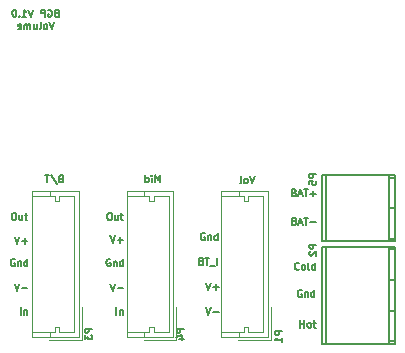
<source format=gbo>
G04 #@! TF.FileFunction,Legend,Bot*
%FSLAX46Y46*%
G04 Gerber Fmt 4.6, Leading zero omitted, Abs format (unit mm)*
G04 Created by KiCad (PCBNEW 4.0.7) date 01/11/18 22:46:16*
%MOMM*%
%LPD*%
G01*
G04 APERTURE LIST*
%ADD10C,0.100000*%
%ADD11C,0.150000*%
%ADD12C,0.120000*%
G04 APERTURE END LIST*
D10*
D11*
X161328572Y-74171429D02*
X161528572Y-74771429D01*
X161728572Y-74171429D01*
X161928572Y-74542857D02*
X162385715Y-74542857D01*
X153728572Y-76771429D02*
X153728572Y-76171429D01*
X154014286Y-76371429D02*
X154014286Y-76771429D01*
X154014286Y-76428571D02*
X154042858Y-76400000D01*
X154100000Y-76371429D01*
X154185715Y-76371429D01*
X154242858Y-76400000D01*
X154271429Y-76457143D01*
X154271429Y-76771429D01*
X153228572Y-74171429D02*
X153428572Y-74771429D01*
X153628572Y-74171429D01*
X153828572Y-74542857D02*
X154285715Y-74542857D01*
X153214286Y-72100000D02*
X153157143Y-72071429D01*
X153071429Y-72071429D01*
X152985714Y-72100000D01*
X152928572Y-72157143D01*
X152900000Y-72214286D01*
X152871429Y-72328571D01*
X152871429Y-72414286D01*
X152900000Y-72528571D01*
X152928572Y-72585714D01*
X152985714Y-72642857D01*
X153071429Y-72671429D01*
X153128572Y-72671429D01*
X153214286Y-72642857D01*
X153242857Y-72614286D01*
X153242857Y-72414286D01*
X153128572Y-72414286D01*
X153500000Y-72271429D02*
X153500000Y-72671429D01*
X153500000Y-72328571D02*
X153528572Y-72300000D01*
X153585714Y-72271429D01*
X153671429Y-72271429D01*
X153728572Y-72300000D01*
X153757143Y-72357143D01*
X153757143Y-72671429D01*
X154300000Y-72671429D02*
X154300000Y-72071429D01*
X154300000Y-72642857D02*
X154242857Y-72671429D01*
X154128571Y-72671429D01*
X154071429Y-72642857D01*
X154042857Y-72614286D01*
X154014286Y-72557143D01*
X154014286Y-72385714D01*
X154042857Y-72328571D01*
X154071429Y-72300000D01*
X154128571Y-72271429D01*
X154242857Y-72271429D01*
X154300000Y-72300000D01*
X153228572Y-70171429D02*
X153428572Y-70771429D01*
X153628572Y-70171429D01*
X153828572Y-70542857D02*
X154285715Y-70542857D01*
X154057144Y-70771429D02*
X154057144Y-70314286D01*
X153100001Y-68171429D02*
X153214287Y-68171429D01*
X153271429Y-68200000D01*
X153328572Y-68257143D01*
X153357144Y-68371429D01*
X153357144Y-68571429D01*
X153328572Y-68685714D01*
X153271429Y-68742857D01*
X153214287Y-68771429D01*
X153100001Y-68771429D01*
X153042858Y-68742857D01*
X152985715Y-68685714D01*
X152957144Y-68571429D01*
X152957144Y-68371429D01*
X152985715Y-68257143D01*
X153042858Y-68200000D01*
X153100001Y-68171429D01*
X153871429Y-68371429D02*
X153871429Y-68771429D01*
X153614286Y-68371429D02*
X153614286Y-68685714D01*
X153642858Y-68742857D01*
X153700000Y-68771429D01*
X153785715Y-68771429D01*
X153842858Y-68742857D01*
X153871429Y-68714286D01*
X154071429Y-68371429D02*
X154300000Y-68371429D01*
X154157143Y-68171429D02*
X154157143Y-68685714D01*
X154185715Y-68742857D01*
X154242857Y-68771429D01*
X154300000Y-68771429D01*
X177385715Y-77871429D02*
X177385715Y-77271429D01*
X177385715Y-77557143D02*
X177728572Y-77557143D01*
X177728572Y-77871429D02*
X177728572Y-77271429D01*
X178100000Y-77871429D02*
X178042858Y-77842857D01*
X178014286Y-77814286D01*
X177985715Y-77757143D01*
X177985715Y-77585714D01*
X178014286Y-77528571D01*
X178042858Y-77500000D01*
X178100000Y-77471429D01*
X178185715Y-77471429D01*
X178242858Y-77500000D01*
X178271429Y-77528571D01*
X178300000Y-77585714D01*
X178300000Y-77757143D01*
X178271429Y-77814286D01*
X178242858Y-77842857D01*
X178185715Y-77871429D01*
X178100000Y-77871429D01*
X178471429Y-77471429D02*
X178700000Y-77471429D01*
X178557143Y-77271429D02*
X178557143Y-77785714D01*
X178585715Y-77842857D01*
X178642857Y-77871429D01*
X178700000Y-77871429D01*
X177285714Y-72914286D02*
X177257143Y-72942857D01*
X177171429Y-72971429D01*
X177114286Y-72971429D01*
X177028571Y-72942857D01*
X176971429Y-72885714D01*
X176942857Y-72828571D01*
X176914286Y-72714286D01*
X176914286Y-72628571D01*
X176942857Y-72514286D01*
X176971429Y-72457143D01*
X177028571Y-72400000D01*
X177114286Y-72371429D01*
X177171429Y-72371429D01*
X177257143Y-72400000D01*
X177285714Y-72428571D01*
X177628571Y-72971429D02*
X177571429Y-72942857D01*
X177542857Y-72914286D01*
X177514286Y-72857143D01*
X177514286Y-72685714D01*
X177542857Y-72628571D01*
X177571429Y-72600000D01*
X177628571Y-72571429D01*
X177714286Y-72571429D01*
X177771429Y-72600000D01*
X177800000Y-72628571D01*
X177828571Y-72685714D01*
X177828571Y-72857143D01*
X177800000Y-72914286D01*
X177771429Y-72942857D01*
X177714286Y-72971429D01*
X177628571Y-72971429D01*
X178171428Y-72971429D02*
X178114286Y-72942857D01*
X178085714Y-72885714D01*
X178085714Y-72371429D01*
X178657143Y-72971429D02*
X178657143Y-72371429D01*
X178657143Y-72942857D02*
X178600000Y-72971429D01*
X178485714Y-72971429D01*
X178428572Y-72942857D01*
X178400000Y-72914286D01*
X178371429Y-72857143D01*
X178371429Y-72685714D01*
X178400000Y-72628571D01*
X178428572Y-72600000D01*
X178485714Y-72571429D01*
X178600000Y-72571429D01*
X178657143Y-72600000D01*
X177514286Y-74700000D02*
X177457143Y-74671429D01*
X177371429Y-74671429D01*
X177285714Y-74700000D01*
X177228572Y-74757143D01*
X177200000Y-74814286D01*
X177171429Y-74928571D01*
X177171429Y-75014286D01*
X177200000Y-75128571D01*
X177228572Y-75185714D01*
X177285714Y-75242857D01*
X177371429Y-75271429D01*
X177428572Y-75271429D01*
X177514286Y-75242857D01*
X177542857Y-75214286D01*
X177542857Y-75014286D01*
X177428572Y-75014286D01*
X177800000Y-74871429D02*
X177800000Y-75271429D01*
X177800000Y-74928571D02*
X177828572Y-74900000D01*
X177885714Y-74871429D01*
X177971429Y-74871429D01*
X178028572Y-74900000D01*
X178057143Y-74957143D01*
X178057143Y-75271429D01*
X178600000Y-75271429D02*
X178600000Y-74671429D01*
X178600000Y-75242857D02*
X178542857Y-75271429D01*
X178428571Y-75271429D01*
X178371429Y-75242857D01*
X178342857Y-75214286D01*
X178314286Y-75157143D01*
X178314286Y-74985714D01*
X178342857Y-74928571D01*
X178371429Y-74900000D01*
X178428571Y-74871429D01*
X178542857Y-74871429D01*
X178600000Y-74900000D01*
X176885714Y-68857143D02*
X176971428Y-68885714D01*
X177000000Y-68914286D01*
X177028571Y-68971429D01*
X177028571Y-69057143D01*
X177000000Y-69114286D01*
X176971428Y-69142857D01*
X176914286Y-69171429D01*
X176685714Y-69171429D01*
X176685714Y-68571429D01*
X176885714Y-68571429D01*
X176942857Y-68600000D01*
X176971428Y-68628571D01*
X177000000Y-68685714D01*
X177000000Y-68742857D01*
X176971428Y-68800000D01*
X176942857Y-68828571D01*
X176885714Y-68857143D01*
X176685714Y-68857143D01*
X177257143Y-69000000D02*
X177542857Y-69000000D01*
X177200000Y-69171429D02*
X177400000Y-68571429D01*
X177600000Y-69171429D01*
X177714286Y-68571429D02*
X178057143Y-68571429D01*
X177885714Y-69171429D02*
X177885714Y-68571429D01*
X178257143Y-68942857D02*
X178714286Y-68942857D01*
X176885714Y-66457143D02*
X176971428Y-66485714D01*
X177000000Y-66514286D01*
X177028571Y-66571429D01*
X177028571Y-66657143D01*
X177000000Y-66714286D01*
X176971428Y-66742857D01*
X176914286Y-66771429D01*
X176685714Y-66771429D01*
X176685714Y-66171429D01*
X176885714Y-66171429D01*
X176942857Y-66200000D01*
X176971428Y-66228571D01*
X177000000Y-66285714D01*
X177000000Y-66342857D01*
X176971428Y-66400000D01*
X176942857Y-66428571D01*
X176885714Y-66457143D01*
X176685714Y-66457143D01*
X177257143Y-66600000D02*
X177542857Y-66600000D01*
X177200000Y-66771429D02*
X177400000Y-66171429D01*
X177600000Y-66771429D01*
X177714286Y-66171429D02*
X178057143Y-66171429D01*
X177885714Y-66771429D02*
X177885714Y-66171429D01*
X178257143Y-66542857D02*
X178714286Y-66542857D01*
X178485715Y-66771429D02*
X178485715Y-66314286D01*
X169428572Y-76171429D02*
X169628572Y-76771429D01*
X169828572Y-76171429D01*
X170028572Y-76542857D02*
X170485715Y-76542857D01*
X169428572Y-74071429D02*
X169628572Y-74671429D01*
X169828572Y-74071429D01*
X170028572Y-74442857D02*
X170485715Y-74442857D01*
X170257144Y-74671429D02*
X170257144Y-74214286D01*
X169042857Y-72257143D02*
X169128571Y-72285714D01*
X169157143Y-72314286D01*
X169185714Y-72371429D01*
X169185714Y-72457143D01*
X169157143Y-72514286D01*
X169128571Y-72542857D01*
X169071429Y-72571429D01*
X168842857Y-72571429D01*
X168842857Y-71971429D01*
X169042857Y-71971429D01*
X169100000Y-72000000D01*
X169128571Y-72028571D01*
X169157143Y-72085714D01*
X169157143Y-72142857D01*
X169128571Y-72200000D01*
X169100000Y-72228571D01*
X169042857Y-72257143D01*
X168842857Y-72257143D01*
X169357143Y-71971429D02*
X169700000Y-71971429D01*
X169528571Y-72571429D02*
X169528571Y-71971429D01*
X169757143Y-72628571D02*
X170214286Y-72628571D01*
X170357143Y-72571429D02*
X170357143Y-71971429D01*
X169314286Y-69900000D02*
X169257143Y-69871429D01*
X169171429Y-69871429D01*
X169085714Y-69900000D01*
X169028572Y-69957143D01*
X169000000Y-70014286D01*
X168971429Y-70128571D01*
X168971429Y-70214286D01*
X169000000Y-70328571D01*
X169028572Y-70385714D01*
X169085714Y-70442857D01*
X169171429Y-70471429D01*
X169228572Y-70471429D01*
X169314286Y-70442857D01*
X169342857Y-70414286D01*
X169342857Y-70214286D01*
X169228572Y-70214286D01*
X169600000Y-70071429D02*
X169600000Y-70471429D01*
X169600000Y-70128571D02*
X169628572Y-70100000D01*
X169685714Y-70071429D01*
X169771429Y-70071429D01*
X169828572Y-70100000D01*
X169857143Y-70157143D01*
X169857143Y-70471429D01*
X170400000Y-70471429D02*
X170400000Y-69871429D01*
X170400000Y-70442857D02*
X170342857Y-70471429D01*
X170228571Y-70471429D01*
X170171429Y-70442857D01*
X170142857Y-70414286D01*
X170114286Y-70357143D01*
X170114286Y-70185714D01*
X170142857Y-70128571D01*
X170171429Y-70100000D01*
X170228571Y-70071429D01*
X170342857Y-70071429D01*
X170400000Y-70100000D01*
X161828572Y-76771429D02*
X161828572Y-76171429D01*
X162114286Y-76371429D02*
X162114286Y-76771429D01*
X162114286Y-76428571D02*
X162142858Y-76400000D01*
X162200000Y-76371429D01*
X162285715Y-76371429D01*
X162342858Y-76400000D01*
X162371429Y-76457143D01*
X162371429Y-76771429D01*
X161314286Y-72100000D02*
X161257143Y-72071429D01*
X161171429Y-72071429D01*
X161085714Y-72100000D01*
X161028572Y-72157143D01*
X161000000Y-72214286D01*
X160971429Y-72328571D01*
X160971429Y-72414286D01*
X161000000Y-72528571D01*
X161028572Y-72585714D01*
X161085714Y-72642857D01*
X161171429Y-72671429D01*
X161228572Y-72671429D01*
X161314286Y-72642857D01*
X161342857Y-72614286D01*
X161342857Y-72414286D01*
X161228572Y-72414286D01*
X161600000Y-72271429D02*
X161600000Y-72671429D01*
X161600000Y-72328571D02*
X161628572Y-72300000D01*
X161685714Y-72271429D01*
X161771429Y-72271429D01*
X161828572Y-72300000D01*
X161857143Y-72357143D01*
X161857143Y-72671429D01*
X162400000Y-72671429D02*
X162400000Y-72071429D01*
X162400000Y-72642857D02*
X162342857Y-72671429D01*
X162228571Y-72671429D01*
X162171429Y-72642857D01*
X162142857Y-72614286D01*
X162114286Y-72557143D01*
X162114286Y-72385714D01*
X162142857Y-72328571D01*
X162171429Y-72300000D01*
X162228571Y-72271429D01*
X162342857Y-72271429D01*
X162400000Y-72300000D01*
X161328572Y-70071429D02*
X161528572Y-70671429D01*
X161728572Y-70071429D01*
X161928572Y-70442857D02*
X162385715Y-70442857D01*
X162157144Y-70671429D02*
X162157144Y-70214286D01*
X161200001Y-68171429D02*
X161314287Y-68171429D01*
X161371429Y-68200000D01*
X161428572Y-68257143D01*
X161457144Y-68371429D01*
X161457144Y-68571429D01*
X161428572Y-68685714D01*
X161371429Y-68742857D01*
X161314287Y-68771429D01*
X161200001Y-68771429D01*
X161142858Y-68742857D01*
X161085715Y-68685714D01*
X161057144Y-68571429D01*
X161057144Y-68371429D01*
X161085715Y-68257143D01*
X161142858Y-68200000D01*
X161200001Y-68171429D01*
X161971429Y-68371429D02*
X161971429Y-68771429D01*
X161714286Y-68371429D02*
X161714286Y-68685714D01*
X161742858Y-68742857D01*
X161800000Y-68771429D01*
X161885715Y-68771429D01*
X161942858Y-68742857D01*
X161971429Y-68714286D01*
X162171429Y-68371429D02*
X162400000Y-68371429D01*
X162257143Y-68171429D02*
X162257143Y-68685714D01*
X162285715Y-68742857D01*
X162342857Y-68771429D01*
X162400000Y-68771429D01*
X173528571Y-65071429D02*
X173328571Y-65671429D01*
X173128571Y-65071429D01*
X172842857Y-65671429D02*
X172899999Y-65642857D01*
X172928571Y-65614286D01*
X172957142Y-65557143D01*
X172957142Y-65385714D01*
X172928571Y-65328571D01*
X172899999Y-65300000D01*
X172842857Y-65271429D01*
X172757142Y-65271429D01*
X172699999Y-65300000D01*
X172671428Y-65328571D01*
X172642857Y-65385714D01*
X172642857Y-65557143D01*
X172671428Y-65614286D01*
X172699999Y-65642857D01*
X172757142Y-65671429D01*
X172842857Y-65671429D01*
X172300000Y-65671429D02*
X172357142Y-65642857D01*
X172385714Y-65585714D01*
X172385714Y-65071429D01*
X165514285Y-65571429D02*
X165514285Y-64971429D01*
X165314285Y-65400000D01*
X165114285Y-64971429D01*
X165114285Y-65571429D01*
X164828571Y-65571429D02*
X164828571Y-65171429D01*
X164828571Y-64971429D02*
X164857142Y-65000000D01*
X164828571Y-65028571D01*
X164799999Y-65000000D01*
X164828571Y-64971429D01*
X164828571Y-65028571D01*
X164285714Y-65571429D02*
X164285714Y-64971429D01*
X164285714Y-65542857D02*
X164342857Y-65571429D01*
X164457143Y-65571429D01*
X164514285Y-65542857D01*
X164542857Y-65514286D01*
X164571428Y-65457143D01*
X164571428Y-65285714D01*
X164542857Y-65228571D01*
X164514285Y-65200000D01*
X164457143Y-65171429D01*
X164342857Y-65171429D01*
X164285714Y-65200000D01*
X157100000Y-65257143D02*
X157014286Y-65285714D01*
X156985714Y-65314286D01*
X156957143Y-65371429D01*
X156957143Y-65457143D01*
X156985714Y-65514286D01*
X157014286Y-65542857D01*
X157071428Y-65571429D01*
X157300000Y-65571429D01*
X157300000Y-64971429D01*
X157100000Y-64971429D01*
X157042857Y-65000000D01*
X157014286Y-65028571D01*
X156985714Y-65085714D01*
X156985714Y-65142857D01*
X157014286Y-65200000D01*
X157042857Y-65228571D01*
X157100000Y-65257143D01*
X157300000Y-65257143D01*
X156271428Y-64942857D02*
X156785714Y-65714286D01*
X156157143Y-64971429D02*
X155814286Y-64971429D01*
X155985715Y-65571429D02*
X155985715Y-64971429D01*
X156757143Y-51232143D02*
X156671429Y-51260714D01*
X156642857Y-51289286D01*
X156614286Y-51346429D01*
X156614286Y-51432143D01*
X156642857Y-51489286D01*
X156671429Y-51517857D01*
X156728571Y-51546429D01*
X156957143Y-51546429D01*
X156957143Y-50946429D01*
X156757143Y-50946429D01*
X156700000Y-50975000D01*
X156671429Y-51003571D01*
X156642857Y-51060714D01*
X156642857Y-51117857D01*
X156671429Y-51175000D01*
X156700000Y-51203571D01*
X156757143Y-51232143D01*
X156957143Y-51232143D01*
X156042857Y-50975000D02*
X156100000Y-50946429D01*
X156185714Y-50946429D01*
X156271429Y-50975000D01*
X156328571Y-51032143D01*
X156357143Y-51089286D01*
X156385714Y-51203571D01*
X156385714Y-51289286D01*
X156357143Y-51403571D01*
X156328571Y-51460714D01*
X156271429Y-51517857D01*
X156185714Y-51546429D01*
X156128571Y-51546429D01*
X156042857Y-51517857D01*
X156014286Y-51489286D01*
X156014286Y-51289286D01*
X156128571Y-51289286D01*
X155757143Y-51546429D02*
X155757143Y-50946429D01*
X155528571Y-50946429D01*
X155471429Y-50975000D01*
X155442857Y-51003571D01*
X155414286Y-51060714D01*
X155414286Y-51146429D01*
X155442857Y-51203571D01*
X155471429Y-51232143D01*
X155528571Y-51260714D01*
X155757143Y-51260714D01*
X154785714Y-50946429D02*
X154585714Y-51546429D01*
X154385714Y-50946429D01*
X153871428Y-51546429D02*
X154214285Y-51546429D01*
X154042857Y-51546429D02*
X154042857Y-50946429D01*
X154100000Y-51032143D01*
X154157142Y-51089286D01*
X154214285Y-51117857D01*
X153614285Y-51489286D02*
X153585713Y-51517857D01*
X153614285Y-51546429D01*
X153642856Y-51517857D01*
X153614285Y-51489286D01*
X153614285Y-51546429D01*
X153214285Y-50946429D02*
X153157142Y-50946429D01*
X153099999Y-50975000D01*
X153071428Y-51003571D01*
X153042857Y-51060714D01*
X153014285Y-51175000D01*
X153014285Y-51317857D01*
X153042857Y-51432143D01*
X153071428Y-51489286D01*
X153099999Y-51517857D01*
X153157142Y-51546429D01*
X153214285Y-51546429D01*
X153271428Y-51517857D01*
X153299999Y-51489286D01*
X153328571Y-51432143D01*
X153357142Y-51317857D01*
X153357142Y-51175000D01*
X153328571Y-51060714D01*
X153299999Y-51003571D01*
X153271428Y-50975000D01*
X153214285Y-50946429D01*
X156557143Y-51996429D02*
X156357143Y-52596429D01*
X156157143Y-51996429D01*
X155871429Y-52596429D02*
X155928571Y-52567857D01*
X155957143Y-52539286D01*
X155985714Y-52482143D01*
X155985714Y-52310714D01*
X155957143Y-52253571D01*
X155928571Y-52225000D01*
X155871429Y-52196429D01*
X155785714Y-52196429D01*
X155728571Y-52225000D01*
X155700000Y-52253571D01*
X155671429Y-52310714D01*
X155671429Y-52482143D01*
X155700000Y-52539286D01*
X155728571Y-52567857D01*
X155785714Y-52596429D01*
X155871429Y-52596429D01*
X155328572Y-52596429D02*
X155385714Y-52567857D01*
X155414286Y-52510714D01*
X155414286Y-51996429D01*
X154842857Y-52196429D02*
X154842857Y-52596429D01*
X155100000Y-52196429D02*
X155100000Y-52510714D01*
X155071428Y-52567857D01*
X155014286Y-52596429D01*
X154928571Y-52596429D01*
X154871428Y-52567857D01*
X154842857Y-52539286D01*
X154557143Y-52596429D02*
X154557143Y-52196429D01*
X154557143Y-52253571D02*
X154528571Y-52225000D01*
X154471429Y-52196429D01*
X154385714Y-52196429D01*
X154328571Y-52225000D01*
X154300000Y-52282143D01*
X154300000Y-52596429D01*
X154300000Y-52282143D02*
X154271429Y-52225000D01*
X154214286Y-52196429D01*
X154128571Y-52196429D01*
X154071429Y-52225000D01*
X154042857Y-52282143D01*
X154042857Y-52596429D01*
X153528571Y-52567857D02*
X153585714Y-52596429D01*
X153700000Y-52596429D01*
X153757143Y-52567857D01*
X153785714Y-52510714D01*
X153785714Y-52282143D01*
X153757143Y-52225000D01*
X153700000Y-52196429D01*
X153585714Y-52196429D01*
X153528571Y-52225000D01*
X153500000Y-52282143D01*
X153500000Y-52339286D01*
X153785714Y-52396429D01*
X179201200Y-79239560D02*
X179201200Y-71040440D01*
X179599980Y-79239560D02*
X179599980Y-71040440D01*
X184900960Y-79239560D02*
X184900960Y-71040440D01*
X185398800Y-71040440D02*
X185398800Y-79239560D01*
X184900960Y-76440480D02*
X185398800Y-76440480D01*
X185398800Y-71241100D02*
X184900960Y-71241100D01*
X184900960Y-79041440D02*
X185398800Y-79041440D01*
X185398800Y-73842060D02*
X184900960Y-73842060D01*
X185398800Y-79239560D02*
X179201200Y-79239560D01*
X179201200Y-71042980D02*
X185398800Y-71042980D01*
X184900960Y-70569080D02*
X184900960Y-64970920D01*
X185398800Y-65169040D02*
X184900960Y-65169040D01*
X184900960Y-70370960D02*
X185398800Y-70370960D01*
X185398800Y-67770000D02*
X184900960Y-67770000D01*
X179599980Y-64970920D02*
X179599980Y-70569080D01*
X185398800Y-64970920D02*
X185398800Y-70569080D01*
X185398800Y-70569080D02*
X179201200Y-70569080D01*
X179201200Y-70569080D02*
X179201200Y-64970920D01*
X179201200Y-64970920D02*
X185398800Y-64970920D01*
D12*
X174650000Y-78650000D02*
X170700000Y-78650000D01*
X170700000Y-78650000D02*
X170700000Y-66350000D01*
X170700000Y-66350000D02*
X174650000Y-66350000D01*
X174650000Y-66350000D02*
X174650000Y-78650000D01*
X174900000Y-76150000D02*
X174900000Y-78900000D01*
X174900000Y-78900000D02*
X172150000Y-78900000D01*
X172200000Y-78650000D02*
X172200000Y-78250000D01*
X172200000Y-66350000D02*
X172200000Y-66750000D01*
X174250000Y-72500000D02*
X174250000Y-78250000D01*
X174250000Y-78250000D02*
X173000000Y-78250000D01*
X173000000Y-78250000D02*
X173000000Y-77850000D01*
X173000000Y-77850000D02*
X172600000Y-77850000D01*
X172600000Y-77850000D02*
X172600000Y-78250000D01*
X172600000Y-78250000D02*
X170700000Y-78250000D01*
X174250000Y-72500000D02*
X174250000Y-66750000D01*
X174250000Y-66750000D02*
X173000000Y-66750000D01*
X173000000Y-66750000D02*
X173000000Y-67150000D01*
X173000000Y-67150000D02*
X172600000Y-67150000D01*
X172600000Y-67150000D02*
X172600000Y-66750000D01*
X172600000Y-66750000D02*
X170700000Y-66750000D01*
X158650000Y-78650000D02*
X154700000Y-78650000D01*
X154700000Y-78650000D02*
X154700000Y-66350000D01*
X154700000Y-66350000D02*
X158650000Y-66350000D01*
X158650000Y-66350000D02*
X158650000Y-78650000D01*
X158900000Y-76150000D02*
X158900000Y-78900000D01*
X158900000Y-78900000D02*
X156150000Y-78900000D01*
X156200000Y-78650000D02*
X156200000Y-78250000D01*
X156200000Y-66350000D02*
X156200000Y-66750000D01*
X158250000Y-72500000D02*
X158250000Y-78250000D01*
X158250000Y-78250000D02*
X157000000Y-78250000D01*
X157000000Y-78250000D02*
X157000000Y-77850000D01*
X157000000Y-77850000D02*
X156600000Y-77850000D01*
X156600000Y-77850000D02*
X156600000Y-78250000D01*
X156600000Y-78250000D02*
X154700000Y-78250000D01*
X158250000Y-72500000D02*
X158250000Y-66750000D01*
X158250000Y-66750000D02*
X157000000Y-66750000D01*
X157000000Y-66750000D02*
X157000000Y-67150000D01*
X157000000Y-67150000D02*
X156600000Y-67150000D01*
X156600000Y-67150000D02*
X156600000Y-66750000D01*
X156600000Y-66750000D02*
X154700000Y-66750000D01*
X166650000Y-78650000D02*
X162700000Y-78650000D01*
X162700000Y-78650000D02*
X162700000Y-66350000D01*
X162700000Y-66350000D02*
X166650000Y-66350000D01*
X166650000Y-66350000D02*
X166650000Y-78650000D01*
X166900000Y-76150000D02*
X166900000Y-78900000D01*
X166900000Y-78900000D02*
X164150000Y-78900000D01*
X164200000Y-78650000D02*
X164200000Y-78250000D01*
X164200000Y-66350000D02*
X164200000Y-66750000D01*
X166250000Y-72500000D02*
X166250000Y-78250000D01*
X166250000Y-78250000D02*
X165000000Y-78250000D01*
X165000000Y-78250000D02*
X165000000Y-77850000D01*
X165000000Y-77850000D02*
X164600000Y-77850000D01*
X164600000Y-77850000D02*
X164600000Y-78250000D01*
X164600000Y-78250000D02*
X162700000Y-78250000D01*
X166250000Y-72500000D02*
X166250000Y-66750000D01*
X166250000Y-66750000D02*
X165000000Y-66750000D01*
X165000000Y-66750000D02*
X165000000Y-67150000D01*
X165000000Y-67150000D02*
X164600000Y-67150000D01*
X164600000Y-67150000D02*
X164600000Y-66750000D01*
X164600000Y-66750000D02*
X162700000Y-66750000D01*
D11*
X178771429Y-70857143D02*
X178171429Y-70857143D01*
X178171429Y-71085715D01*
X178200000Y-71142857D01*
X178228571Y-71171429D01*
X178285714Y-71200000D01*
X178371429Y-71200000D01*
X178428571Y-71171429D01*
X178457143Y-71142857D01*
X178485714Y-71085715D01*
X178485714Y-70857143D01*
X178228571Y-71428572D02*
X178200000Y-71457143D01*
X178171429Y-71514286D01*
X178171429Y-71657143D01*
X178200000Y-71714286D01*
X178228571Y-71742857D01*
X178285714Y-71771429D01*
X178342857Y-71771429D01*
X178428571Y-71742857D01*
X178771429Y-71400000D01*
X178771429Y-71771429D01*
X178771429Y-64857143D02*
X178171429Y-64857143D01*
X178171429Y-65085715D01*
X178200000Y-65142857D01*
X178228571Y-65171429D01*
X178285714Y-65200000D01*
X178371429Y-65200000D01*
X178428571Y-65171429D01*
X178457143Y-65142857D01*
X178485714Y-65085715D01*
X178485714Y-64857143D01*
X178171429Y-65742857D02*
X178171429Y-65457143D01*
X178457143Y-65428572D01*
X178428571Y-65457143D01*
X178400000Y-65514286D01*
X178400000Y-65657143D01*
X178428571Y-65714286D01*
X178457143Y-65742857D01*
X178514286Y-65771429D01*
X178657143Y-65771429D01*
X178714286Y-65742857D01*
X178742857Y-65714286D01*
X178771429Y-65657143D01*
X178771429Y-65514286D01*
X178742857Y-65457143D01*
X178714286Y-65428572D01*
X175871429Y-78157143D02*
X175271429Y-78157143D01*
X175271429Y-78385715D01*
X175300000Y-78442857D01*
X175328571Y-78471429D01*
X175385714Y-78500000D01*
X175471429Y-78500000D01*
X175528571Y-78471429D01*
X175557143Y-78442857D01*
X175585714Y-78385715D01*
X175585714Y-78157143D01*
X175871429Y-79071429D02*
X175871429Y-78728572D01*
X175871429Y-78900000D02*
X175271429Y-78900000D01*
X175357143Y-78842857D01*
X175414286Y-78785715D01*
X175442857Y-78728572D01*
X159771429Y-77957143D02*
X159171429Y-77957143D01*
X159171429Y-78185715D01*
X159200000Y-78242857D01*
X159228571Y-78271429D01*
X159285714Y-78300000D01*
X159371429Y-78300000D01*
X159428571Y-78271429D01*
X159457143Y-78242857D01*
X159485714Y-78185715D01*
X159485714Y-77957143D01*
X159171429Y-78500000D02*
X159171429Y-78871429D01*
X159400000Y-78671429D01*
X159400000Y-78757143D01*
X159428571Y-78814286D01*
X159457143Y-78842857D01*
X159514286Y-78871429D01*
X159657143Y-78871429D01*
X159714286Y-78842857D01*
X159742857Y-78814286D01*
X159771429Y-78757143D01*
X159771429Y-78585715D01*
X159742857Y-78528572D01*
X159714286Y-78500000D01*
X167546430Y-77957143D02*
X166946430Y-77957143D01*
X166946430Y-78185715D01*
X166975001Y-78242857D01*
X167003572Y-78271429D01*
X167060715Y-78300000D01*
X167146430Y-78300000D01*
X167203572Y-78271429D01*
X167232144Y-78242857D01*
X167260715Y-78185715D01*
X167260715Y-77957143D01*
X167146430Y-78814286D02*
X167546430Y-78814286D01*
X166917858Y-78671429D02*
X167346430Y-78528572D01*
X167346430Y-78900000D01*
M02*

</source>
